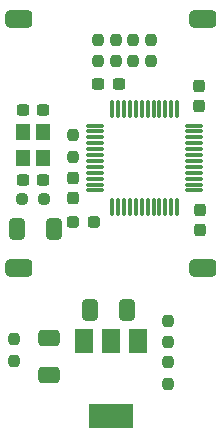
<source format=gbr>
%TF.GenerationSoftware,KiCad,Pcbnew,8.0.7-8.0.7-0~ubuntu22.04.1*%
%TF.CreationDate,2025-01-07T12:13:10+01:00*%
%TF.ProjectId,mcu_board,6d63755f-626f-4617-9264-2e6b69636164,rev?*%
%TF.SameCoordinates,Original*%
%TF.FileFunction,Paste,Top*%
%TF.FilePolarity,Positive*%
%FSLAX46Y46*%
G04 Gerber Fmt 4.6, Leading zero omitted, Abs format (unit mm)*
G04 Created by KiCad (PCBNEW 8.0.7-8.0.7-0~ubuntu22.04.1) date 2025-01-07 12:13:10*
%MOMM*%
%LPD*%
G01*
G04 APERTURE LIST*
G04 Aperture macros list*
%AMRoundRect*
0 Rectangle with rounded corners*
0 $1 Rounding radius*
0 $2 $3 $4 $5 $6 $7 $8 $9 X,Y pos of 4 corners*
0 Add a 4 corners polygon primitive as box body*
4,1,4,$2,$3,$4,$5,$6,$7,$8,$9,$2,$3,0*
0 Add four circle primitives for the rounded corners*
1,1,$1+$1,$2,$3*
1,1,$1+$1,$4,$5*
1,1,$1+$1,$6,$7*
1,1,$1+$1,$8,$9*
0 Add four rect primitives between the rounded corners*
20,1,$1+$1,$2,$3,$4,$5,0*
20,1,$1+$1,$4,$5,$6,$7,0*
20,1,$1+$1,$6,$7,$8,$9,0*
20,1,$1+$1,$8,$9,$2,$3,0*%
G04 Aperture macros list end*
%ADD10RoundRect,0.237500X-0.237500X0.250000X-0.237500X-0.250000X0.237500X-0.250000X0.237500X0.250000X0*%
%ADD11RoundRect,0.237500X-0.300000X-0.237500X0.300000X-0.237500X0.300000X0.237500X-0.300000X0.237500X0*%
%ADD12RoundRect,0.237500X0.237500X-0.250000X0.237500X0.250000X-0.237500X0.250000X-0.237500X-0.250000X0*%
%ADD13RoundRect,0.237500X0.237500X-0.300000X0.237500X0.300000X-0.237500X0.300000X-0.237500X-0.300000X0*%
%ADD14RoundRect,0.381000X-0.762000X-0.381000X0.762000X-0.381000X0.762000X0.381000X-0.762000X0.381000X0*%
%ADD15RoundRect,0.237500X-0.287500X-0.237500X0.287500X-0.237500X0.287500X0.237500X-0.287500X0.237500X0*%
%ADD16R,1.500000X2.000000*%
%ADD17R,3.800000X2.000000*%
%ADD18RoundRect,0.250000X-0.412500X-0.650000X0.412500X-0.650000X0.412500X0.650000X-0.412500X0.650000X0*%
%ADD19R,1.200000X1.400000*%
%ADD20RoundRect,0.075000X-0.662500X-0.075000X0.662500X-0.075000X0.662500X0.075000X-0.662500X0.075000X0*%
%ADD21RoundRect,0.075000X-0.075000X-0.662500X0.075000X-0.662500X0.075000X0.662500X-0.075000X0.662500X0*%
%ADD22RoundRect,0.237500X0.250000X0.237500X-0.250000X0.237500X-0.250000X-0.237500X0.250000X-0.237500X0*%
%ADD23RoundRect,0.250000X-0.650000X0.412500X-0.650000X-0.412500X0.650000X-0.412500X0.650000X0.412500X0*%
%ADD24RoundRect,0.237500X-0.237500X0.300000X-0.237500X-0.300000X0.237500X-0.300000X0.237500X0.300000X0*%
%ADD25RoundRect,0.237500X0.300000X0.237500X-0.300000X0.237500X-0.300000X-0.237500X0.300000X-0.237500X0*%
G04 APERTURE END LIST*
D10*
%TO.C,R13*%
X141800000Y-86687500D03*
X141800000Y-88512500D03*
%TD*%
D11*
%TO.C,C9*%
X148937500Y-65100000D03*
X150662500Y-65100000D03*
%TD*%
D12*
%TO.C,R9*%
X148900000Y-63125000D03*
X148900000Y-61300000D03*
%TD*%
%TO.C,R6*%
X153400000Y-63125000D03*
X153400000Y-61300000D03*
%TD*%
D13*
%TO.C,C10*%
X157500000Y-66940625D03*
X157500000Y-65215625D03*
%TD*%
D14*
%TO.C,J2*%
X142200000Y-59550000D03*
X157800000Y-59550001D03*
X157800000Y-80649999D03*
X142200000Y-80650000D03*
%TD*%
D12*
%TO.C,R8*%
X150400000Y-63125000D03*
X150400000Y-61300000D03*
%TD*%
D15*
%TO.C,FB1*%
X146825000Y-76778125D03*
X148575000Y-76778125D03*
%TD*%
D16*
%TO.C,U3*%
X152300000Y-86850000D03*
X150000000Y-86850000D03*
D17*
X150000000Y-93150000D03*
D16*
X147700000Y-86850000D03*
%TD*%
D18*
%TO.C,C1*%
X142037500Y-77300000D03*
X145162500Y-77300000D03*
%TD*%
D11*
%TO.C,C8*%
X142556250Y-73221875D03*
X144281250Y-73221875D03*
%TD*%
D12*
%TO.C,R7*%
X151900000Y-63125000D03*
X151900000Y-61300000D03*
%TD*%
D19*
%TO.C,Y1*%
X144268750Y-71312500D03*
X144268750Y-69112500D03*
X142568750Y-69112500D03*
X142568750Y-71312500D03*
%TD*%
D12*
%TO.C,R11*%
X146800000Y-71212500D03*
X146800000Y-69387500D03*
%TD*%
D20*
%TO.C,U2*%
X148693750Y-68578125D03*
X148693750Y-69078125D03*
X148693750Y-69578125D03*
X148693750Y-70078125D03*
X148693750Y-70578125D03*
X148693750Y-71078125D03*
X148693750Y-71578125D03*
X148693750Y-72078125D03*
X148693750Y-72578125D03*
X148693750Y-73078125D03*
X148693750Y-73578125D03*
X148693750Y-74078125D03*
D21*
X150106250Y-75490625D03*
X150606250Y-75490625D03*
X151106250Y-75490625D03*
X151606250Y-75490625D03*
X152106250Y-75490625D03*
X152606250Y-75490625D03*
X153106250Y-75490625D03*
X153606250Y-75490625D03*
X154106250Y-75490625D03*
X154606250Y-75490625D03*
X155106250Y-75490625D03*
X155606250Y-75490625D03*
D20*
X157018750Y-74078125D03*
X157018750Y-73578125D03*
X157018750Y-73078125D03*
X157018750Y-72578125D03*
X157018750Y-72078125D03*
X157018750Y-71578125D03*
X157018750Y-71078125D03*
X157018750Y-70578125D03*
X157018750Y-70078125D03*
X157018750Y-69578125D03*
X157018750Y-69078125D03*
X157018750Y-68578125D03*
D21*
X155606250Y-67165625D03*
X155106250Y-67165625D03*
X154606250Y-67165625D03*
X154106250Y-67165625D03*
X153606250Y-67165625D03*
X153106250Y-67165625D03*
X152606250Y-67165625D03*
X152106250Y-67165625D03*
X151606250Y-67165625D03*
X151106250Y-67165625D03*
X150606250Y-67165625D03*
X150106250Y-67165625D03*
%TD*%
D22*
%TO.C,R4*%
X144312500Y-74800000D03*
X142487500Y-74800000D03*
%TD*%
D23*
%TO.C,C5*%
X144800000Y-86537500D03*
X144800000Y-89662500D03*
%TD*%
D24*
%TO.C,C11*%
X157518750Y-75737500D03*
X157518750Y-77462500D03*
%TD*%
D13*
%TO.C,C3*%
X146800000Y-74725000D03*
X146800000Y-73000000D03*
%TD*%
D12*
%TO.C,R5*%
X154800000Y-90425000D03*
X154800000Y-88600000D03*
%TD*%
%TO.C,R10*%
X154800000Y-86912500D03*
X154800000Y-85087500D03*
%TD*%
D25*
%TO.C,C7*%
X144281250Y-67221875D03*
X142556250Y-67221875D03*
%TD*%
D18*
%TO.C,C6*%
X148237500Y-84200000D03*
X151362500Y-84200000D03*
%TD*%
M02*

</source>
